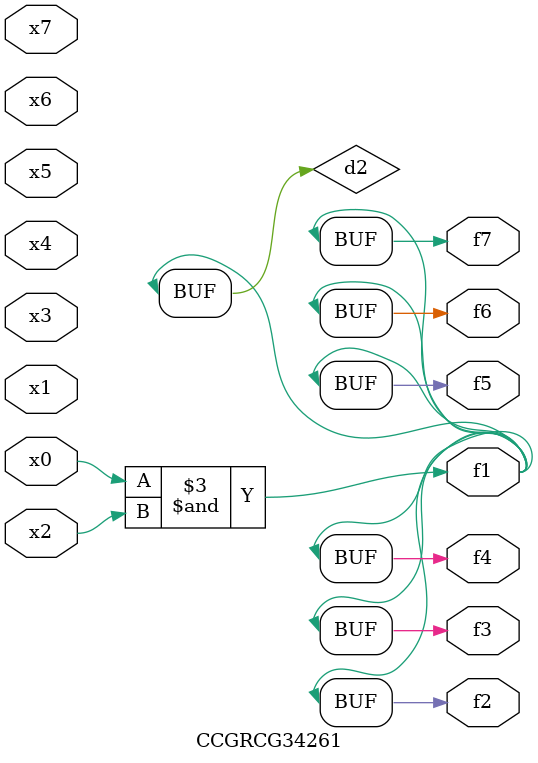
<source format=v>
module CCGRCG34261(
	input x0, x1, x2, x3, x4, x5, x6, x7,
	output f1, f2, f3, f4, f5, f6, f7
);

	wire d1, d2;

	nor (d1, x3, x6);
	and (d2, x0, x2);
	assign f1 = d2;
	assign f2 = d2;
	assign f3 = d2;
	assign f4 = d2;
	assign f5 = d2;
	assign f6 = d2;
	assign f7 = d2;
endmodule

</source>
